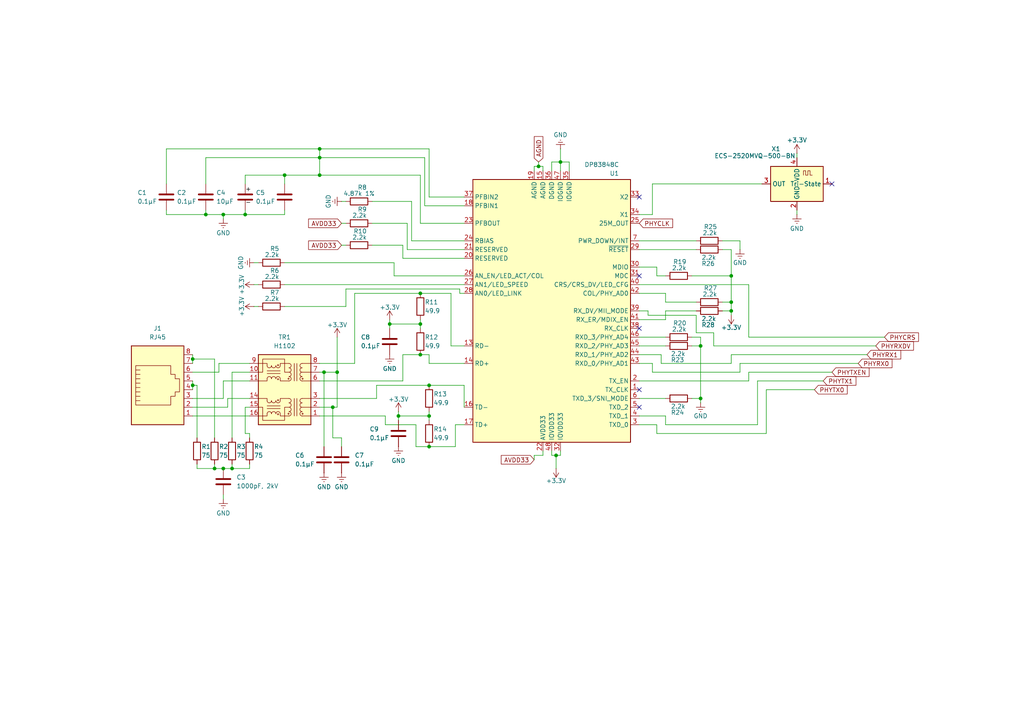
<source format=kicad_sch>
(kicad_sch (version 20231120) (generator "eeschema") (generator_version "8.0")
  (paper "A4")
  (lib_symbols
    (symbol "Connector:RJ45" (pin_names (offset 1.016))
      (property "Reference" "J" (at -5.08 13.97 0))
      (property "Value" "RJ45" (at 2.54 13.97 0))
      (symbol "RJ45_0_1"
        (polyline (pts (xy -5.08 4.445) (xy -6.35 4.445)))
        (polyline (pts (xy -5.08 5.715) (xy -6.35 5.715)))
        (polyline (pts (xy -6.35 -3.175) (xy -5.08 -3.175) (xy -5.08 -3.175)))
        (polyline (pts (xy -6.35 -1.905) (xy -5.08 -1.905) (xy -5.08 -1.905)))
        (polyline (pts (xy -6.35 -0.635) (xy -5.08 -0.635) (xy -5.08 -0.635)))
        (polyline (pts (xy -6.35 0.635) (xy -5.08 0.635) (xy -5.08 0.635)))
        (polyline (pts (xy -6.35 1.905) (xy -5.08 1.905) (xy -5.08 1.905)))
        (polyline (pts (xy -5.08 3.175) (xy -6.35 3.175) (xy -6.35 3.175)))
        (polyline (pts (xy -6.35 -4.445) (xy -6.35 6.985) (xy 3.81 6.985) (xy 3.81 4.445) (xy 5.08 4.445) (xy 5.08 3.175) (xy 6.35 3.175) (xy 6.35 -0.635) (xy 5.08 -0.635) (xy 5.08 -1.905) (xy 3.81 -1.905) (xy 3.81 -4.445) (xy -6.35 -4.445) (xy -6.35 -4.445)))
        (rectangle (start 7.62 12.7) (end -7.62 -10.16) (stroke (width 0.254)) (fill (type background)))
      )
      (symbol "RJ45_1_1"
        (pin passive line (at 10.16 -7.62 180) (length 2.54) (name "~") (number "1"))
        (pin passive line (at 10.16 -5.08 180) (length 2.54) (name "~") (number "2"))
        (pin passive line (at 10.16 -2.54 180) (length 2.54) (name "~") (number "3"))
        (pin passive line (at 10.16 0 180) (length 2.54) (name "~") (number "4"))
        (pin passive line (at 10.16 2.54 180) (length 2.54) (name "~") (number "5"))
        (pin passive line (at 10.16 5.08 180) (length 2.54) (name "~") (number "6"))
        (pin passive line (at 10.16 7.62 180) (length 2.54) (name "~") (number "7"))
        (pin passive line (at 10.16 10.16 180) (length 2.54) (name "~") (number "8"))
      )
    )
    (symbol "Device:C" (pin_numbers hide) (pin_names (offset 0.254))
      (property "Reference" "C" (at 0.635 2.54 0))
      (property "Value" "C" (at 0.635 -2.54 0))
      (symbol "C_0_1"
        (polyline (pts (xy -2.032 -0.762) (xy 2.032 -0.762)) (stroke (width 0.508)))
        (polyline (pts (xy -2.032 0.762) (xy 2.032 0.762)) (stroke (width 0.508)))
      )
      (symbol "C_1_1"
        (pin passive line (at 0 3.81 270) (length 2.794) (name "~") (number "1"))
        (pin passive line (at 0 -3.81 90) (length 2.794) (name "~") (number "2"))
      )
    )
    (symbol "Device:R" (pin_numbers hide) (pin_names (offset 0))
      (property "Reference" "R" (at 2.032 0 90))
      (property "Value" "R" (at 0 0 90))
      (symbol "R_0_1"
        (rectangle (start -1.016 -2.54) (end 1.016 2.54) (stroke (width 0.254)))
      )
      (symbol "R_1_1"
        (pin passive line (at 0 3.81 270) (length 1.27) (name "~") (number "1"))
        (pin passive line (at 0 -3.81 90) (length 1.27) (name "~") (number "2"))
      )
    )
    (symbol "Interface_Ethernet:DP83848C"
      (property "Reference" "U" (at -21.59 39.37 0))
      (property "Value" "DP83848C" (at 12.7 39.37 0))
      (symbol "DP83848C_0_1"
        (rectangle (start -22.86 38.1) (end 22.86 -38.1) (stroke (width 0.254)) (fill (type background)))
      )
      (symbol "DP83848C_1_1"
        (pin output line (at -25.4 22.86 0) (length 2.54) (name "TX_CLK") (number "1"))
        (pin passive line (at 25.4 10.16 180) (length 2.54) (name "RD-") (number "13"))
        (pin passive line (at 25.4 15.24 180) (length 2.54) (name "RD+") (number "14"))
        (pin power_in line (at 2.54 -40.64 90) (length 2.54) (name "AGND") (number "15"))
        (pin passive line (at 25.4 27.94 180) (length 2.54) (name "TD-") (number "16"))
        (pin passive line (at 25.4 33.02 180) (length 2.54) (name "TD+") (number "17"))
        (pin passive line (at 25.4 -30.48 180) (length 2.54) (name "PFBIN1") (number "18"))
        (pin power_in line (at 5.08 -40.64 90) (length 2.54) (name "AGND") (number "19"))
        (pin input line (at -25.4 20.32 0) (length 2.54) (name "TX_EN") (number "2"))
        (pin passive line (at 25.4 -15.24 180) (length 2.54) (name "RESERVED") (number "20"))
        (pin passive line (at 25.4 -17.78 180) (length 2.54) (name "RESERVED") (number "21"))
        (pin power_in line (at 2.54 40.64 270) (length 2.54) (name "AVDD33") (number "22"))
        (pin passive line (at 25.4 -25.4 180) (length 2.54) (name "PFBOUT") (number "23"))
        (pin passive line (at 25.4 -20.32 180) (length 2.54) (name "RBIAS") (number "24"))
        (pin output line (at -25.4 -25.4 0) (length 2.54) (name "25M_OUT") (number "25"))
        (pin output line (at 25.4 -10.16 180) (length 2.54) (name "AN_EN/LED_ACT/COL") (number "26"))
        (pin output line (at 25.4 -7.62 180) (length 2.54) (name "AN1/LED_SPEED") (number "27"))
        (pin output line (at 25.4 -5.08 180) (length 2.54) (name "AN0/LED_LINK") (number "28"))
        (pin input line (at -25.4 -17.78 0) (length 2.54) (name "~{RESET}") (number "29"))
        (pin input line (at -25.4 33.02 0) (length 2.54) (name "TXD_0") (number "3"))
        (pin bidirectional line (at -25.4 -12.7 0) (length 2.54) (name "MDIO") (number "30"))
        (pin input line (at -25.4 -10.16 0) (length 2.54) (name "MDC") (number "31"))
        (pin power_in line (at -2.54 40.64 270) (length 2.54) (name "IOVDD33") (number "32"))
        (pin output line (at -25.4 -33.02 0) (length 2.54) (name "X2") (number "33"))
        (pin input line (at -25.4 -27.94 0) (length 2.54) (name "X1") (number "34"))
        (pin power_in line (at -5.08 -40.64 90) (length 2.54) (name "IOGND") (number "35"))
        (pin power_in line (at 0 -40.64 90) (length 2.54) (name "DGND") (number "36"))
        (pin passive line (at 25.4 -33.02 180) (length 2.54) (name "PFBIN2") (number "37"))
        (pin output line (at -25.4 5.08 0) (length 2.54) (name "RX_CLK") (number "38"))
        (pin output line (at -25.4 0 0) (length 2.54) (name "RX_DV/MII_MODE") (number "39"))
        (pin input line (at -25.4 30.48 0) (length 2.54) (name "TXD_1") (number "4"))
        (pin output line (at -25.4 -7.62 0) (length 2.54) (name "CRS/CRS_DV/LED_CFG") (number "40"))
        (pin output line (at -25.4 2.54 0) (length 2.54) (name "RX_ER/MDIX_EN") (number "41"))
        (pin output line (at -25.4 -5.08 0) (length 2.54) (name "COL/PHY_AD0") (number "42"))
        (pin output line (at -25.4 15.24 0) (length 2.54) (name "RXD_0/PHY_AD1") (number "43"))
        (pin output line (at -25.4 12.7 0) (length 2.54) (name "RXD_1/PHY_AD2") (number "44"))
        (pin output line (at -25.4 10.16 0) (length 2.54) (name "RXD_2/PHY_AD3") (number "45"))
        (pin output line (at -25.4 7.62 0) (length 2.54) (name "RXD_3/PHY_AD4") (number "46"))
        (pin power_in line (at -2.54 -40.64 90) (length 2.54) (name "IOGND") (number "47"))
        (pin power_in line (at 0 40.64 270) (length 2.54) (name "IOVDD33") (number "48"))
        (pin input line (at -25.4 27.94 0) (length 2.54) (name "TXD_2") (number "5"))
        (pin input line (at -25.4 25.4 0) (length 2.54) (name "TXD_3/SNI_MODE") (number "6"))
        (pin input line (at -25.4 -20.32 0) (length 2.54) (name "PWR_DOWN/INT") (number "7"))
      )
    )
    (symbol "Oscillator:ECS-2520MV-xxx-xx"
      (property "Reference" "X" (at -5.08 6.35 0))
      (property "Value" "ECS-2520MV-xxx-xx" (at 1.27 -6.35 0))
      (symbol "ECS-2520MV-xxx-xx_0_1"
        (rectangle (start -7.62 5.08) (end 7.62 -5.08) (stroke (width 0.254)) (fill (type background)))
        (polyline (pts (xy -4.445 2.54) (xy -3.81 2.54) (xy -3.81 3.81) (xy -3.175 3.81) (xy -3.175 2.54) (xy -2.54 2.54) (xy -2.54 3.81) (xy -1.905 3.81) (xy -1.905 2.54)))
      )
      (symbol "ECS-2520MV-xxx-xx_1_1"
        (pin input line (at -10.16 0 0) (length 2.54) (name "Tri-State") (number "1"))
        (pin power_in line (at 0 -7.62 90) (length 2.54) (name "GND") (number "2"))
        (pin output line (at 10.16 0 180) (length 2.54) (name "OUT") (number "3"))
        (pin power_in line (at 0 7.62 270) (length 2.54) (name "VDD") (number "4"))
      )
    )
    (symbol "Transformer:PT61017PEL" (pin_names hide)
      (property "Reference" "TR" (at 0 10.795 0))
      (property "Value" "PT61017PEL" (at 0 -10.795 0))
      (symbol "PT61017PEL_0_1"
        (rectangle (start -7.62 10.16) (end 7.62 -10.16) (stroke (width 0.254)) (fill (type background)))
        (circle (center -5.207 3.175) (radius 0.1778))
        (arc (start -5.08 6.35) (mid -4.4477 6.985) (end -5.08 7.62))
        (polyline (pts (xy -5.08 2.54) (xy -7.62 2.54)))
        (polyline (pts (xy -5.08 5.08) (xy -7.62 5.08)))
        (polyline (pts (xy -5.08 7.62) (xy -7.62 7.62)))
        (polyline (pts (xy -3.556 -2.54) (xy -3.556 -7.62)))
        (polyline (pts (xy -3.556 2.54) (xy -3.556 7.62)))
        (polyline (pts (xy -2.794 -7.62) (xy -2.794 -2.54)))
        (polyline (pts (xy -2.794 7.62) (xy -2.794 2.54)))
        (polyline (pts (xy 1.27 4.699) (xy 5.08 4.699)))
        (polyline (pts (xy 1.27 5.461) (xy 5.08 5.461)))
        (polyline (pts (xy -1.27 2.54) (xy 1.27 2.54) (xy 1.27 3.175)))
        (polyline (pts (xy 1.27 6.985) (xy 1.27 7.62) (xy -1.27 7.62)))
        (polyline (pts (xy 5.08 3.175) (xy 5.08 2.54) (xy 7.62 2.54)))
        (polyline (pts (xy 5.08 6.985) (xy 5.08 7.62) (xy 7.62 7.62)))
        (polyline (pts (xy -1.27 5.08) (xy 0 5.08) (xy 0 8.89) (xy 6.35 8.89) (xy 6.35 5.08) (xy 7.62 5.08)))
      )
      (symbol "PT61017PEL_1_1"
        (circle (center -5.207 -6.985) (radius 0.1778))
        (arc (start -5.08 -7.62) (mid -4.4477 -6.985) (end -5.08 -6.35))
        (arc (start -5.08 -6.35) (mid -4.4477 -5.715) (end -5.08 -5.08))
        (arc (start -5.08 -5.08) (mid -4.4477 -4.445) (end -5.08 -3.81))
        (arc (start -5.08 -3.81) (mid -4.4477 -3.175) (end -5.08 -2.54))
        (arc (start -5.08 2.54) (mid -4.4477 3.175) (end -5.08 3.81))
        (arc (start -5.08 3.81) (mid -4.4477 4.445) (end -5.08 5.08))
        (arc (start -5.08 5.08) (mid -4.4477 5.715) (end -5.08 6.35))
        (arc (start -1.27 -6.35) (mid -1.9023 -6.985) (end -1.27 -7.62))
        (arc (start -1.27 -5.08) (mid -1.9023 -5.715) (end -1.27 -6.35))
        (arc (start -1.27 -3.81) (mid -1.9023 -4.445) (end -1.27 -5.08))
        (arc (start -1.27 -2.54) (mid -1.9023 -3.175) (end -1.27 -3.81))
        (arc (start -1.27 3.81) (mid -1.9023 3.175) (end -1.27 2.54))
        (arc (start -1.27 5.08) (mid -1.9023 4.445) (end -1.27 3.81))
        (arc (start -1.27 6.35) (mid -1.9023 5.715) (end -1.27 5.08))
        (arc (start -1.27 7.62) (mid -1.9023 6.985) (end -1.27 6.35))
        (circle (center -1.143 -6.985) (radius 0.1778))
        (circle (center -1.143 3.175) (radius 0.1778))
        (polyline (pts (xy -5.08 -7.62) (xy -7.62 -7.62)))
        (polyline (pts (xy -5.08 -5.08) (xy -7.62 -5.08)))
        (polyline (pts (xy -5.08 -2.54) (xy -7.62 -2.54)))
        (polyline (pts (xy 1.27 -5.461) (xy 5.08 -5.461)))
        (polyline (pts (xy 1.27 -4.699) (xy 5.08 -4.699)))
        (polyline (pts (xy -1.27 -7.62) (xy 1.27 -7.62) (xy 1.27 -6.985)))
        (polyline (pts (xy 1.27 -3.175) (xy 1.27 -2.54) (xy -1.27 -2.54)))
        (polyline (pts (xy 5.08 -6.985) (xy 5.08 -7.62) (xy 7.62 -7.62)))
        (polyline (pts (xy 5.08 -3.175) (xy 5.08 -2.54) (xy 7.62 -2.54)))
        (polyline (pts (xy 7.62 -5.08) (xy 6.35 -5.08) (xy 6.35 -8.89) (xy 0 -8.89) (xy 0 -5.08) (xy -1.27 -5.08)))
        (arc (start 1.27 -3.175) (mid 1.905 -3.8073) (end 2.54 -3.175))
        (arc (start 1.27 6.985) (mid 1.905 6.3527) (end 2.54 6.985))
        (circle (center 1.905 -7.112) (radius 0.1778))
        (circle (center 1.905 -3.048) (radius 0.1778))
        (circle (center 1.905 3.048) (radius 0.1778))
        (circle (center 1.905 7.112) (radius 0.1778))
        (arc (start 2.54 -6.985) (mid 1.905 -6.3527) (end 1.27 -6.985))
        (arc (start 2.54 -3.175) (mid 3.175 -3.8073) (end 3.81 -3.175))
        (arc (start 2.54 3.175) (mid 1.905 3.8073) (end 1.27 3.175))
        (arc (start 2.54 6.985) (mid 3.175 6.3527) (end 3.81 6.985))
        (arc (start 3.81 -6.985) (mid 3.175 -6.3527) (end 2.54 -6.985))
        (arc (start 3.81 -3.175) (mid 4.445 -3.8073) (end 5.08 -3.175))
        (arc (start 3.81 3.175) (mid 3.175 3.8073) (end 2.54 3.175))
        (arc (start 3.81 6.985) (mid 4.445 6.3527) (end 5.08 6.985))
        (arc (start 5.08 -6.985) (mid 4.445 -6.3527) (end 3.81 -6.985))
        (arc (start 5.08 3.175) (mid 4.445 3.8073) (end 3.81 3.175))
        (pin passive line (at -10.16 -7.62 0) (length 2.54) (name "TD+") (number "1"))
        (pin passive line (at 10.16 5.08 180) (length 2.54) (name "C_RX") (number "10"))
        (pin passive line (at 10.16 2.54 180) (length 2.54) (name "RX+") (number "11"))
        (pin passive line (at 10.16 -2.54 180) (length 2.54) (name "TX-") (number "14"))
        (pin passive line (at 10.16 -5.08 180) (length 2.54) (name "C_TX") (number "15"))
        (pin passive line (at 10.16 -7.62 180) (length 2.54) (name "TX+") (number "16"))
        (pin passive line (at -10.16 -5.08 0) (length 2.54) (name "C_TD") (number "2"))
        (pin passive line (at -10.16 -2.54 0) (length 2.54) (name "TD-") (number "3"))
        (pin passive line (at -10.16 2.54 0) (length 2.54) (name "RD+") (number "6"))
        (pin passive line (at -10.16 5.08 0) (length 2.54) (name "C_RD") (number "7"))
        (pin passive line (at -10.16 7.62 0) (length 2.54) (name "RD-") (number "8"))
        (pin passive line (at 10.16 7.62 180) (length 2.54) (name "RX-") (number "9"))
      )
    )
    (symbol "power:+3.3V" (power) (pin_numbers hide) (pin_names (offset 0) hide)
      (property "Value" "+3.3V" (at 0 3.556 0))
      (symbol "+3.3V_0_1"
        (polyline (pts (xy -0.762 1.27) (xy 0 2.54)))
        (polyline (pts (xy 0 0) (xy 0 2.54)))
        (polyline (pts (xy 0 2.54) (xy 0.762 1.27)))
      )
      (symbol "+3.3V_1_1"
        (pin power_in line (at 0 0 90) (length 0) (name "~") (number "1"))
      )
    )
    (symbol "power:Earth" (power) (pin_numbers hide) (pin_names (offset 0) hide)
      (property "Value" "Earth" (at 0 -3.81 0))
      (symbol "Earth_0_1"
        (polyline (pts (xy -0.635 -1.905) (xy 0.635 -1.905)))
        (polyline (pts (xy -0.127 -2.54) (xy 0.127 -2.54)))
        (polyline (pts (xy 0 -1.27) (xy 0 0)))
        (polyline (pts (xy 1.27 -1.27) (xy -1.27 -1.27)))
      )
      (symbol "Earth_1_1"
        (pin power_in line (at 0 0 270) (length 0) (name "~") (number "1"))
      )
    )
  )
  (junction (at 121.92 93.98))
  (junction (at 113.03 93.98))
  (junction (at 212.09 87.63))
  (junction (at 97.79 107.95))
  (junction (at 92.71 50.8))
  (junction (at 212.09 80.01))
  (junction (at 64.77 135.89))
  (junction (at 93.98 107.95))
  (junction (at 156.21 48.26))
  (junction (at 59.69 62.23))
  (junction (at 55.88 111.76))
  (junction (at 124.46 120.65))
  (junction (at 64.77 62.23))
  (junction (at 82.55 50.8))
  (junction (at 161.29 132.08))
  (junction (at 124.46 129.54))
  (junction (at 55.88 104.14))
  (junction (at 96.52 118.11))
  (junction (at 121.92 85.09))
  (junction (at 71.12 62.23))
  (junction (at 121.92 102.87))
  (junction (at 92.71 45.72))
  (junction (at 115.57 120.65))
  (junction (at 203.2 100.33))
  (junction (at 212.09 90.17))
  (junction (at 162.56 46.99))
  (junction (at 67.31 135.89))
  (junction (at 203.2 115.57))
  (junction (at 92.71 43.18))
  (junction (at 124.46 111.76))
  (junction (at 62.23 135.89))
  (no_connect (at 185.42 57.15))
  (no_connect (at 185.42 113.03))
  (no_connect (at 185.42 118.11))
  (no_connect (at 185.42 80.01))
  (no_connect (at 241.3 53.34))
  (no_connect (at 185.42 95.25))
  (wire (pts (xy 120.65 123.19) (xy 120.65 129.54)))
  (wire (pts (xy 193.04 123.19) (xy 219.71 123.19)))
  (wire (pts (xy 48.26 43.18) (xy 48.26 53.34)))
  (wire (pts (xy 185.42 115.57) (xy 193.04 115.57)))
  (wire (pts (xy 212.09 72.39) (xy 212.09 80.01)))
  (wire (pts (xy 99.06 64.77) (xy 100.33 64.77)))
  (wire (pts (xy 113.03 93.98) (xy 121.92 93.98)))
  (wire (pts (xy 102.87 85.09) (xy 121.92 85.09)))
  (wire (pts (xy 185.42 90.17) (xy 187.96 90.17)))
  (wire (pts (xy 201.93 91.44) (xy 201.93 96.52)))
  (wire (pts (xy 55.88 120.65) (xy 72.39 120.65)))
  (wire (pts (xy 100.33 83.82) (xy 133.35 83.82)))
  (wire (pts (xy 72.39 125.73) (xy 72.39 127)))
  (wire (pts (xy 124.46 105.41) (xy 124.46 102.87)))
  (wire (pts (xy 63.5 107.95) (xy 63.5 105.41)))
  (wire (pts (xy 92.71 115.57) (xy 109.22 115.57)))
  (wire (pts (xy 92.71 107.95) (xy 93.98 107.95)))
  (wire (pts (xy 189.23 53.34) (xy 189.23 62.23)))
  (wire (pts (xy 82.55 50.8) (xy 71.12 50.8)))
  (wire (pts (xy 55.88 115.57) (xy 64.77 115.57)))
  (wire (pts (xy 124.46 119.38) (xy 124.46 120.65)))
  (wire (pts (xy 115.57 119.38) (xy 115.57 120.65)))
  (wire (pts (xy 193.04 120.65) (xy 193.04 123.19)))
  (wire (pts (xy 189.23 53.34) (xy 220.98 53.34)))
  (wire (pts (xy 160.02 130.81) (xy 160.02 132.08)))
  (wire (pts (xy 71.12 50.8) (xy 71.12 53.34)))
  (wire (pts (xy 99.06 127) (xy 96.52 127)))
  (wire (pts (xy 189.23 105.41) (xy 189.23 107.95)))
  (wire (pts (xy 82.55 88.9) (xy 100.33 88.9)))
  (wire (pts (xy 97.79 107.95) (xy 97.79 118.11)))
  (wire (pts (xy 123.19 45.72) (xy 123.19 59.69)))
  (wire (pts (xy 193.04 85.09) (xy 193.04 87.63)))
  (wire (pts (xy 162.56 46.99) (xy 162.56 49.53)))
  (wire (pts (xy 72.39 134.62) (xy 72.39 135.89)))
  (wire (pts (xy 92.71 45.72) (xy 92.71 50.8)))
  (wire (pts (xy 55.88 111.76) (xy 57.15 111.76)))
  (wire (pts (xy 92.71 105.41) (xy 102.87 105.41)))
  (wire (pts (xy 111.76 120.65) (xy 111.76 123.19)))
  (wire (pts (xy 114.3 80.01) (xy 134.62 80.01)))
  (wire (pts (xy 203.2 100.33) (xy 203.2 115.57)))
  (wire (pts (xy 118.11 64.77) (xy 118.11 72.39)))
  (wire (pts (xy 212.09 80.01) (xy 212.09 87.63)))
  (wire (pts (xy 130.81 100.33) (xy 130.81 85.09)))
  (wire (pts (xy 55.88 111.76) (xy 55.88 113.03)))
  (wire (pts (xy 121.92 93.98) (xy 121.92 95.25)))
  (wire (pts (xy 203.2 115.57) (xy 203.2 116.84)))
  (wire (pts (xy 209.55 72.39) (xy 212.09 72.39)))
  (wire (pts (xy 116.84 110.49) (xy 116.84 102.87)))
  (wire (pts (xy 55.88 102.87) (xy 55.88 104.14)))
  (wire (pts (xy 62.23 134.62) (xy 62.23 135.89)))
  (wire (pts (xy 48.26 60.96) (xy 48.26 62.23)))
  (wire (pts (xy 214.63 105.41) (xy 248.92 105.41)))
  (wire (pts (xy 92.71 45.72) (xy 123.19 45.72)))
  (wire (pts (xy 231.14 60.96) (xy 231.14 62.23)))
  (wire (pts (xy 209.55 90.17) (xy 212.09 90.17)))
  (wire (pts (xy 73.66 76.2) (xy 74.93 76.2)))
  (wire (pts (xy 185.42 69.85) (xy 201.93 69.85)))
  (wire (pts (xy 222.25 125.73) (xy 222.25 113.03)))
  (wire (pts (xy 160.02 132.08) (xy 161.29 132.08)))
  (wire (pts (xy 72.39 107.95) (xy 67.31 107.95)))
  (wire (pts (xy 64.77 62.23) (xy 71.12 62.23)))
  (wire (pts (xy 133.35 83.82) (xy 133.35 85.09)))
  (wire (pts (xy 73.66 88.9) (xy 74.93 88.9)))
  (wire (pts (xy 231.14 44.45) (xy 231.14 45.72)))
  (wire (pts (xy 185.42 82.55) (xy 217.17 82.55)))
  (wire (pts (xy 66.04 118.11) (xy 66.04 115.57)))
  (wire (pts (xy 191.77 102.87) (xy 191.77 105.41)))
  (wire (pts (xy 193.04 87.63) (xy 201.93 87.63)))
  (wire (pts (xy 92.71 43.18) (xy 124.46 43.18)))
  (wire (pts (xy 67.31 134.62) (xy 67.31 135.89)))
  (wire (pts (xy 82.55 76.2) (xy 114.3 76.2)))
  (wire (pts (xy 116.84 74.93) (xy 134.62 74.93)))
  (wire (pts (xy 92.71 43.18) (xy 92.71 45.72)))
  (wire (pts (xy 96.52 118.11) (xy 97.79 118.11)))
  (wire (pts (xy 67.31 135.89) (xy 72.39 135.89)))
  (wire (pts (xy 154.94 48.26) (xy 156.21 48.26)))
  (wire (pts (xy 187.96 91.44) (xy 201.93 91.44)))
  (wire (pts (xy 162.56 46.99) (xy 165.1 46.99)))
  (wire (pts (xy 107.95 64.77) (xy 118.11 64.77)))
  (wire (pts (xy 161.29 132.08) (xy 161.29 135.89)))
  (wire (pts (xy 102.87 105.41) (xy 102.87 85.09)))
  (wire (pts (xy 96.52 118.11) (xy 96.52 127)))
  (wire (pts (xy 64.77 62.23) (xy 64.77 63.5)))
  (wire (pts (xy 64.77 110.49) (xy 72.39 110.49)))
  (wire (pts (xy 214.63 69.85) (xy 214.63 72.39)))
  (wire (pts (xy 48.26 62.23) (xy 59.69 62.23)))
  (wire (pts (xy 121.92 92.71) (xy 121.92 93.98)))
  (wire (pts (xy 109.22 111.76) (xy 124.46 111.76)))
  (wire (pts (xy 92.71 118.11) (xy 96.52 118.11)))
  (wire (pts (xy 55.88 104.14) (xy 55.88 105.41)))
  (wire (pts (xy 193.04 92.71) (xy 193.04 90.17)))
  (wire (pts (xy 162.56 43.18) (xy 162.56 46.99)))
  (wire (pts (xy 154.94 132.08) (xy 157.48 132.08)))
  (wire (pts (xy 115.57 120.65) (xy 115.57 121.92)))
  (wire (pts (xy 116.84 71.12) (xy 116.84 74.93)))
  (wire (pts (xy 207.01 96.52) (xy 207.01 100.33)))
  (wire (pts (xy 209.55 69.85) (xy 214.63 69.85)))
  (wire (pts (xy 190.5 123.19) (xy 190.5 125.73)))
  (wire (pts (xy 113.03 92.71) (xy 113.03 93.98)))
  (wire (pts (xy 219.71 110.49) (xy 238.76 110.49)))
  (wire (pts (xy 212.09 102.87) (xy 251.46 102.87)))
  (wire (pts (xy 121.92 102.87) (xy 124.46 102.87)))
  (wire (pts (xy 203.2 97.79) (xy 203.2 100.33)))
  (wire (pts (xy 71.12 125.73) (xy 72.39 125.73)))
  (wire (pts (xy 57.15 134.62) (xy 57.15 135.89)))
  (wire (pts (xy 219.71 110.49) (xy 219.71 123.19)))
  (wire (pts (xy 82.55 50.8) (xy 82.55 53.34)))
  (wire (pts (xy 185.42 77.47) (xy 190.5 77.47)))
  (wire (pts (xy 119.38 58.42) (xy 119.38 69.85)))
  (wire (pts (xy 120.65 129.54) (xy 124.46 129.54)))
  (wire (pts (xy 134.62 100.33) (xy 130.81 100.33)))
  (wire (pts (xy 200.66 97.79) (xy 203.2 97.79)))
  (wire (pts (xy 190.5 125.73) (xy 222.25 125.73)))
  (wire (pts (xy 133.35 85.09) (xy 134.62 85.09)))
  (wire (pts (xy 59.69 60.96) (xy 59.69 62.23)))
  (wire (pts (xy 185.42 110.49) (xy 217.17 110.49)))
  (wire (pts (xy 132.08 129.54) (xy 124.46 129.54)))
  (wire (pts (xy 107.95 58.42) (xy 119.38 58.42)))
  (wire (pts (xy 82.55 82.55) (xy 134.62 82.55)))
  (wire (pts (xy 157.48 48.26) (xy 157.48 49.53)))
  (wire (pts (xy 217.17 82.55) (xy 217.17 97.79)))
  (wire (pts (xy 217.17 107.95) (xy 241.3 107.95)))
  (wire (pts (xy 156.21 48.26) (xy 157.48 48.26)))
  (wire (pts (xy 64.77 135.89) (xy 67.31 135.89)))
  (wire (pts (xy 100.33 71.12) (xy 99.06 71.12)))
  (wire (pts (xy 217.17 97.79) (xy 256.54 97.79)))
  (wire (pts (xy 185.42 92.71) (xy 193.04 92.71)))
  (wire (pts (xy 124.46 57.15) (xy 134.62 57.15)))
  (wire (pts (xy 72.39 118.11) (xy 71.12 118.11)))
  (wire (pts (xy 201.93 96.52) (xy 207.01 96.52)))
  (wire (pts (xy 92.71 45.72) (xy 59.69 45.72)))
  (wire (pts (xy 154.94 133.35) (xy 154.94 132.08)))
  (wire (pts (xy 92.71 110.49) (xy 116.84 110.49)))
  (wire (pts (xy 160.02 46.99) (xy 162.56 46.99)))
  (wire (pts (xy 55.88 118.11) (xy 66.04 118.11)))
  (wire (pts (xy 190.5 80.01) (xy 193.04 80.01)))
  (wire (pts (xy 93.98 107.95) (xy 97.79 107.95)))
  (wire (pts (xy 162.56 132.08) (xy 161.29 132.08)))
  (wire (pts (xy 111.76 123.19) (xy 120.65 123.19)))
  (wire (pts (xy 59.69 45.72) (xy 59.69 53.34)))
  (wire (pts (xy 55.88 107.95) (xy 63.5 107.95)))
  (wire (pts (xy 185.42 72.39) (xy 201.93 72.39)))
  (wire (pts (xy 59.69 62.23) (xy 64.77 62.23)))
  (wire (pts (xy 217.17 110.49) (xy 217.17 107.95)))
  (wire (pts (xy 189.23 107.95) (xy 214.63 107.95)))
  (wire (pts (xy 55.88 110.49) (xy 55.88 111.76)))
  (wire (pts (xy 114.3 76.2) (xy 114.3 80.01)))
  (wire (pts (xy 187.96 90.17) (xy 187.96 91.44)))
  (wire (pts (xy 200.66 80.01) (xy 212.09 80.01)))
  (wire (pts (xy 160.02 49.53) (xy 160.02 46.99)))
  (wire (pts (xy 66.04 115.57) (xy 72.39 115.57)))
  (wire (pts (xy 71.12 62.23) (xy 82.55 62.23)))
  (wire (pts (xy 64.77 143.51) (xy 64.77 144.78)))
  (wire (pts (xy 82.55 60.96) (xy 82.55 62.23)))
  (wire (pts (xy 185.42 120.65) (xy 193.04 120.65)))
  (wire (pts (xy 207.01 100.33) (xy 254 100.33)))
  (wire (pts (xy 123.19 59.69) (xy 134.62 59.69)))
  (wire (pts (xy 99.06 58.42) (xy 100.33 58.42)))
  (wire (pts (xy 185.42 62.23) (xy 189.23 62.23)))
  (wire (pts (xy 62.23 135.89) (xy 64.77 135.89)))
  (wire (pts (xy 99.06 129.54) (xy 99.06 127)))
  (wire (pts (xy 109.22 115.57) (xy 109.22 111.76)))
  (wire (pts (xy 92.71 50.8) (xy 121.92 50.8)))
  (wire (pts (xy 63.5 105.41) (xy 72.39 105.41)))
  (wire (pts (xy 71.12 118.11) (xy 71.12 125.73)))
  (wire (pts (xy 71.12 60.96) (xy 71.12 62.23)))
  (wire (pts (xy 212.09 90.17) (xy 212.09 91.44)))
  (wire (pts (xy 55.88 104.14) (xy 62.23 104.14)))
  (wire (pts (xy 190.5 77.47) (xy 190.5 80.01)))
  (wire (pts (xy 92.71 120.65) (xy 111.76 120.65)))
  (wire (pts (xy 193.04 90.17) (xy 201.93 90.17)))
  (wire (pts (xy 156.21 46.99) (xy 156.21 48.26)))
  (wire (pts (xy 134.62 118.11) (xy 134.62 111.76)))
  (wire (pts (xy 185.42 123.19) (xy 190.5 123.19)))
  (wire (pts (xy 154.94 49.53) (xy 154.94 48.26)))
  (wire (pts (xy 165.1 49.53) (xy 165.1 46.99)))
  (wire (pts (xy 212.09 105.41) (xy 212.09 102.87)))
  (wire (pts (xy 212.09 87.63) (xy 212.09 90.17)))
  (wire (pts (xy 134.62 111.76) (xy 124.46 111.76)))
  (wire (pts (xy 200.66 100.33) (xy 203.2 100.33)))
  (wire (pts (xy 121.92 64.77) (xy 134.62 64.77)))
  (wire (pts (xy 73.66 82.55) (xy 74.93 82.55)))
  (wire (pts (xy 200.66 115.57) (xy 203.2 115.57)))
  (wire (pts (xy 62.23 127) (xy 62.23 104.14)))
  (wire (pts (xy 134.62 123.19) (xy 132.08 123.19)))
  (wire (pts (xy 92.71 50.8) (xy 82.55 50.8)))
  (wire (pts (xy 57.15 135.89) (xy 62.23 135.89)))
  (wire (pts (xy 134.62 105.41) (xy 124.46 105.41)))
  (wire (pts (xy 185.42 102.87) (xy 191.77 102.87)))
  (wire (pts (xy 64.77 115.57) (xy 64.77 110.49)))
  (wire (pts (xy 121.92 85.09) (xy 130.81 85.09)))
  (wire (pts (xy 209.55 87.63) (xy 212.09 87.63)))
  (wire (pts (xy 121.92 50.8) (xy 121.92 64.77)))
  (wire (pts (xy 214.63 107.95) (xy 214.63 105.41)))
  (wire (pts (xy 185.42 85.09) (xy 193.04 85.09)))
  (wire (pts (xy 113.03 93.98) (xy 113.03 95.25)))
  (wire (pts (xy 57.15 127) (xy 57.15 111.76)))
  (wire (pts (xy 100.33 88.9) (xy 100.33 83.82)))
  (wire (pts (xy 92.71 43.18) (xy 48.26 43.18)))
  (wire (pts (xy 97.79 97.79) (xy 97.79 107.95)))
  (wire (pts (xy 222.25 113.03) (xy 236.22 113.03)))
  (wire (pts (xy 185.42 105.41) (xy 189.23 105.41)))
  (wire (pts (xy 162.56 130.81) (xy 162.56 132.08)))
  (wire (pts (xy 124.46 120.65) (xy 124.46 121.92)))
  (wire (pts (xy 93.98 107.95) (xy 93.98 129.54)))
  (wire (pts (xy 132.08 123.19) (xy 132.08 129.54)))
  (wire (pts (xy 116.84 102.87) (xy 121.92 102.87)))
  (wire (pts (xy 185.42 97.79) (xy 193.04 97.79)))
  (wire (pts (xy 67.31 107.95) (xy 67.31 127)))
  (wire (pts (xy 115.57 120.65) (xy 124.46 120.65)))
  (wire (pts (xy 119.38 69.85) (xy 134.62 69.85)))
  (wire (pts (xy 124.46 43.18) (xy 124.46 57.15)))
  (wire (pts (xy 157.48 132.08) (xy 157.48 130.81)))
  (wire (pts (xy 185.42 100.33) (xy 193.04 100.33)))
  (wire (pts (xy 191.77 105.41) (xy 212.09 105.41)))
  (wire (pts (xy 107.95 71.12) (xy 116.84 71.12)))
  (wire (pts (xy 118.11 72.39) (xy 134.62 72.39)))
  (label "+" (at 71.12 55.88 0))
  (label "-" (at 71.12 59.69 0))
  (global_label "PHYCRS" (shape input) (at 256.54 97.79 0) (property "Intersheetrefs" "${INTERSHEET_REFS}" (effects (hide yes))))
  (global_label "AVDD33" (shape input) (at 154.94 133.35 180) (property "Intersheetrefs" "${INTERSHEET_REFS}" (effects (hide yes))))
  (global_label "PHYCLK" (shape input) (at 185.42 64.77 0) (property "Intersheetrefs" "${INTERSHEET_REFS}" (effects (hide yes))))
  (global_label "AVDD33" (shape input) (at 99.06 64.77 180) (property "Intersheetrefs" "${INTERSHEET_REFS}" (effects (hide yes))))
  (global_label "PHYTX0" (shape input) (at 236.22 113.03 0) (property "Intersheetrefs" "${INTERSHEET_REFS}" (effects (hide yes))))
  (global_label "PHYTX1" (shape input) (at 238.76 110.49 0) (property "Intersheetrefs" "${INTERSHEET_REFS}" (effects (hide yes))))
  (global_label "AVDD33" (shape input) (at 99.06 71.12 180) (property "Intersheetrefs" "${INTERSHEET_REFS}" (effects (hide yes))))
  (global_label "PHYRX0" (shape input) (at 248.92 105.41 0) (property "Intersheetrefs" "${INTERSHEET_REFS}" (effects (hide yes))))
  (global_label "AGND" (shape input) (at 156.21 46.99 90) (property "Intersheetrefs" "${INTERSHEET_REFS}" (effects (hide yes))))
  (global_label "PHYRXDV" (shape input) (at 254 100.33 0) (property "Intersheetrefs" "${INTERSHEET_REFS}" (effects (hide yes))))
  (global_label "PHYTXEN" (shape input) (at 241.3 107.95 0) (property "Intersheetrefs" "${INTERSHEET_REFS}" (effects (hide yes))))
  (global_label "PHYRX1" (shape input) (at 251.46 102.87 0) (property "Intersheetrefs" "${INTERSHEET_REFS}" (effects (hide yes))))
  (symbol (lib_id "Device:R") (at 62.23 130.81 0) (unit 1)
    (property "Reference" "R2" (at 63.5 129.54 0) (effects (justify left)))
    (property "Value" "75" (at 63.5 132.08 0) (effects (justify left)))
    (property "Description" "Resistor" (effects (hide yes)))
  )
  (symbol (lib_id "Device:C") (at 93.98 133.35 0) (unit 1)
    (property "Reference" "C6" (at 85.598 132.08 0) (effects (justify left)))
    (property "Value" "0.1μF" (at 85.598 134.62 0) (effects (justify left)))
    (property "Description" "Unpolarized capacitor" (effects (hide yes)))
  )
  (symbol (lib_id "Device:R") (at 104.14 71.12 90) (unit 1)
    (property "Reference" "R10" (at 106.426 67.056 90) (effects (justify left)))
    (property "Value" "2.2k" (at 106.426 68.834 90) (effects (justify left)))
    (property "Description" "Resistor" (effects (hide yes)))
  )
  (symbol (lib_id "Device:C") (at 64.77 139.7 0) (unit 1)
    (property "Reference" "C3" (at 68.58 138.4299 0) (effects (justify left)))
    (property "Value" "1000pF, 2kV" (at 68.58 140.9699 0) (effects (justify left)))
    (property "Description" "Unpolarized capacitor" (effects (hide yes)))
  )
  (symbol (lib_id "power:Earth") (at 99.06 137.16 0) (unit 1)
    (property "Reference" "#PWR09" (effects (hide yes)))
    (property "Value" "GND" (at 99.06 141.224 0))
    (property "Description" "Power symbol creates a global label with name \"Earth\"" (effects (hide yes)))
  )
  (symbol (lib_id "Device:R") (at 196.85 115.57 270) (unit 1)
    (property "Reference" "R24" (at 194.564 119.634 90) (effects (justify left)))
    (property "Value" "2.2k" (at 194.564 117.856 90) (effects (justify left)))
    (property "Description" "Resistor" (effects (hide yes)))
  )
  (symbol (lib_id "Device:R") (at 121.92 88.9 0) (unit 1)
    (property "Reference" "R11" (at 123.19 87.63 0) (effects (justify left)))
    (property "Value" "49.9" (at 123.19 90.17 0) (effects (justify left)))
    (property "Description" "Resistor" (effects (hide yes)))
  )
  (symbol (lib_id "Connector:RJ45") (at 45.72 113.03 0) (unit 1)
    (property "Reference" "J1" (at 45.72 95.25 0))
    (property "Value" "RJ45" (at 45.72 97.79 0))
    (property "Description" "RJ connector, 8P8C (8 positions 8 connected)" (effects (hide yes)))
  )
  (symbol (lib_id "Device:R") (at 78.74 88.9 90) (unit 1)
    (property "Reference" "R7" (at 81.026 84.836 90) (effects (justify left)))
    (property "Value" "2.2k" (at 81.026 86.614 90) (effects (justify left)))
    (property "Description" "Resistor" (effects (hide yes)))
  )
  (symbol (lib_id "Device:C") (at 48.26 57.15 0) (unit 1)
    (property "Reference" "C1" (at 39.878 55.88 0) (effects (justify left)))
    (property "Value" "0.1μF" (at 39.878 58.42 0) (effects (justify left)))
    (property "Description" "Unpolarized capacitor" (effects (hide yes)))
  )
  (symbol (lib_id "power:Earth") (at 64.77 63.5 0) (unit 1)
    (property "Reference" "#PWR01" (effects (hide yes)))
    (property "Value" "GND" (at 64.77 67.564 0))
    (property "Description" "Power symbol creates a global label with name \"Earth\"" (effects (hide yes)))
  )
  (symbol (lib_id "Device:R") (at 196.85 97.79 90) (unit 1)
    (property "Reference" "R20" (at 199.136 93.726 90) (effects (justify left)))
    (property "Value" "2.2k" (at 199.136 95.504 90) (effects (justify left)))
    (property "Description" "Resistor" (effects (hide yes)))
  )
  (symbol (lib_id "Device:R") (at 121.92 99.06 0) (unit 1)
    (property "Reference" "R12" (at 123.19 97.79 0) (effects (justify left)))
    (property "Value" "49.9" (at 123.19 100.33 0) (effects (justify left)))
    (property "Description" "Resistor" (effects (hide yes)))
  )
  (symbol (lib_id "Interface_Ethernet:DP83848C") (at 160.02 90.17 180) (unit 1)
    (property "Reference" "U1" (at 179.578 50.292 0) (effects (justify left)))
    (property "Value" "DP83848C" (at 179.578 47.752 0) (effects (justify left)))
    (property "Footprint" "Package_QFP:LQFP-48_7x7mm_P0.5mm" (effects (hide yes)))
    (property "Datasheet" "http://www.ti.com/lit/ds/symlink/dp83848c.pdf" (effects (hide yes)))
    (property "Description" "MII/RMII Single 10/100Mbps Ethernet Physical Layer Transceiver, LQFP-48" (effects (hide yes)))
  )
  (symbol (lib_id "power:+3.3V") (at 161.29 135.89 180) (unit 1)
    (property "Reference" "#PWR014" (effects (hide yes)))
    (property "Value" "+3.3V" (at 161.29 139.446 0))
    (property "Description" "Power symbol creates a global label with name \"+3.3V\"" (effects (hide yes)))
  )
  (symbol (lib_id "power:Earth") (at 162.56 43.18 0) (mirror x) (unit 1)
    (property "Reference" "#PWR015" (effects (hide yes)))
    (property "Value" "GND" (at 162.56 39.116 0))
    (property "Description" "Power symbol creates a global label with name \"Earth\"" (effects (hide yes)))
  )
  (symbol (lib_id "Device:R") (at 57.15 130.81 0) (unit 1)
    (property "Reference" "R1" (at 58.42 129.54 0) (effects (justify left)))
    (property "Value" "75" (at 58.42 132.08 0) (effects (justify left)))
    (property "Description" "Resistor" (effects (hide yes)))
  )
  (symbol (lib_id "Device:R") (at 104.14 64.77 90) (unit 1)
    (property "Reference" "R9" (at 106.426 60.706 90) (effects (justify left)))
    (property "Value" "2.2k" (at 106.426 62.484 90) (effects (justify left)))
    (property "Description" "Resistor" (effects (hide yes)))
  )
  (symbol (lib_id "Device:C") (at 71.12 57.15 0) (unit 1)
    (property "Reference" "C4" (at 62.738 55.88 0) (effects (justify left)))
    (property "Value" "10μF" (at 62.738 58.42 0) (effects (justify left)))
    (property "Description" "Unpolarized capacitor" (effects (hide yes)))
  )
  (symbol (lib_id "power:Earth") (at 93.98 137.16 0) (unit 1)
    (property "Reference" "#PWR06" (effects (hide yes)))
    (property "Value" "GND" (at 93.98 141.224 0))
    (property "Description" "Power symbol creates a global label with name \"Earth\"" (effects (hide yes)))
  )
  (symbol (lib_id "power:+3.3V") (at 73.66 88.9 90) (mirror x) (unit 1)
    (property "Reference" "#PWR05" (effects (hide yes)))
    (property "Value" "+3.3V" (at 70.104 88.9 0))
    (property "Description" "Power symbol creates a global label with name \"+3.3V\"" (effects (hide yes)))
  )
  (symbol (lib_id "power:Earth") (at 113.03 102.87 0) (unit 1)
    (property "Reference" "#PWR011" (effects (hide yes)))
    (property "Value" "GND" (at 113.03 106.934 0))
    (property "Description" "Power symbol creates a global label with name \"Earth\"" (effects (hide yes)))
  )
  (symbol (lib_id "Device:R") (at 72.39 130.81 0) (unit 1)
    (property "Reference" "R4" (at 73.66 129.54 0) (effects (justify left)))
    (property "Value" "75" (at 73.66 132.08 0) (effects (justify left)))
    (property "Description" "Resistor" (effects (hide yes)))
  )
  (symbol (lib_id "Device:C") (at 115.57 125.73 0) (unit 1)
    (property "Reference" "C9" (at 107.188 124.46 0) (effects (justify left)))
    (property "Value" "0.1μF" (at 107.188 127 0) (effects (justify left)))
    (property "Description" "Unpolarized capacitor" (effects (hide yes)))
  )
  (symbol (lib_id "power:Earth") (at 99.06 58.42 270) (unit 1)
    (property "Reference" "#PWR08" (effects (hide yes)))
    (property "Value" "GND" (at 95.25 58.42 0))
    (property "Description" "Power symbol creates a global label with name \"Earth\"" (effects (hide yes)))
  )
  (symbol (lib_id "power:+3.3V") (at 73.66 82.55 90) (mirror x) (unit 1)
    (property "Reference" "#PWR04" (effects (hide yes)))
    (property "Value" "+3.3V" (at 70.104 82.55 0))
    (property "Description" "Power symbol creates a global label with name \"+3.3V\"" (effects (hide yes)))
  )
  (symbol (lib_id "Device:C") (at 99.06 133.35 0) (unit 1)
    (property "Reference" "C7" (at 102.87 132.0799 0) (effects (justify left)))
    (property "Value" "0.1μF" (at 102.87 134.6199 0) (effects (justify left)))
    (property "Description" "Unpolarized capacitor" (effects (hide yes)))
  )
  (symbol (lib_id "Device:C") (at 113.03 99.06 0) (unit 1)
    (property "Reference" "C8" (at 104.648 97.79 0) (effects (justify left)))
    (property "Value" "0.1μF" (at 104.648 100.33 0) (effects (justify left)))
    (property "Description" "Unpolarized capacitor" (effects (hide yes)))
  )
  (symbol (lib_id "Device:R") (at 205.74 87.63 90) (unit 1)
    (property "Reference" "R27" (at 208.026 83.566 90) (effects (justify left)))
    (property "Value" "2.2k" (at 208.026 85.344 90) (effects (justify left)))
    (property "Description" "Resistor" (effects (hide yes)))
  )
  (symbol (lib_id "Transformer:PT61017PEL") (at 82.55 113.03 0) (mirror y) (unit 1)
    (property "Reference" "TR1" (at 82.55 97.79 0))
    (property "Value" "H1102" (at 82.55 100.33 0))
    (property "Footprint" "Transformer_SMD:Transformer_Ethernet_Bourns_PT61017PEL" (effects (hide yes)))
    (property "Datasheet" "https://www.bourns.com/docs/Product-Datasheets/PT61017PEL.pdf" (effects (hide yes)))
    (property "Description" "Ethernet LAN 10/100 Base-Tx Transformer with Center Taps" (effects (hide yes)))
  )
  (symbol (lib_id "power:Earth") (at 115.57 129.54 0) (unit 1)
    (property "Reference" "#PWR013" (effects (hide yes)))
    (property "Value" "GND" (at 115.57 133.604 0))
    (property "Description" "Power symbol creates a global label with name \"Earth\"" (effects (hide yes)))
  )
  (symbol (lib_id "power:Earth") (at 231.14 62.23 0) (unit 1)
    (property "Reference" "#PWR039" (effects (hide yes)))
    (property "Value" "GND" (at 231.14 66.294 0))
    (property "Description" "Power symbol creates a global label with name \"Earth\"" (effects (hide yes)))
  )
  (symbol (lib_id "Device:R") (at 124.46 115.57 0) (unit 1)
    (property "Reference" "R13" (at 125.73 114.3 0) (effects (justify left)))
    (property "Value" "49.9" (at 125.73 116.84 0) (effects (justify left)))
    (property "Description" "Resistor" (effects (hide yes)))
  )
  (symbol (lib_id "power:+3.3V") (at 212.09 91.44 180) (unit 1)
    (property "Reference" "#PWR017" (effects (hide yes)))
    (property "Value" "+3.3V" (at 212.09 94.996 0))
    (property "Description" "Power symbol creates a global label with name \"+3.3V\"" (effects (hide yes)))
  )
  (symbol (lib_id "Device:R") (at 67.31 130.81 0) (unit 1)
    (property "Reference" "R3" (at 68.58 129.54 0) (effects (justify left)))
    (property "Value" "75" (at 68.58 132.08 0) (effects (justify left)))
    (property "Description" "Resistor" (effects (hide yes)))
  )
  (symbol (lib_id "power:+3.3V") (at 97.79 97.79 0) (mirror y) (unit 1)
    (property "Reference" "#PWR07" (effects (hide yes)))
    (property "Value" "+3.3V" (at 97.79 94.234 0))
    (property "Description" "Power symbol creates a global label with name \"+3.3V\"" (effects (hide yes)))
  )
  (symbol (lib_id "Device:R") (at 205.74 72.39 270) (unit 1)
    (property "Reference" "R26" (at 203.454 76.454 90) (effects (justify left)))
    (property "Value" "2.2k" (at 203.454 74.676 90) (effects (justify left)))
    (property "Description" "Resistor" (effects (hide yes)))
  )
  (symbol (lib_id "Device:R") (at 124.46 125.73 0) (unit 1)
    (property "Reference" "R14" (at 125.73 124.46 0) (effects (justify left)))
    (property "Value" "49.9" (at 125.73 127 0) (effects (justify left)))
    (property "Description" "Resistor" (effects (hide yes)))
  )
  (symbol (lib_id "Oscillator:ECS-2520MV-xxx-xx") (at 231.14 53.34 0) (mirror y) (unit 1)
    (property "Reference" "X1" (at 225.044 43.18 0))
    (property "Value" "ECS-2520MVQ-500-BN" (at 218.948 45.212 0))
    (property "Footprint" "Oscillator:Oscillator_SMD_ECS_2520MV-xxx-xx-4Pin_2.5x2.0mm" (effects (hide yes)))
    (property "Datasheet" "https://www.ecsxtal.com/store/pdf/ECS-2520MV.pdf" (effects (hide yes)))
    (property "Description" "HCMOS Crystal Clock Oscillator, 2.5x2.0 mm SMD" (effects (hide yes)))
  )
  (symbol (lib_id "power:Earth") (at 64.77 144.78 0) (unit 1)
    (property "Reference" "#PWR02" (effects (hide yes)))
    (property "Value" "GND" (at 64.77 148.844 0))
    (property "Description" "Power symbol creates a global label with name \"Earth\"" (effects (hide yes)))
  )
  (symbol (lib_id "Device:R") (at 78.74 76.2 90) (unit 1)
    (property "Reference" "R5" (at 81.026 72.136 90) (effects (justify left)))
    (property "Value" "2.2k" (at 81.026 73.914 90) (effects (justify left)))
    (property "Description" "Resistor" (effects (hide yes)))
  )
  (symbol (lib_id "Device:R") (at 78.74 82.55 90) (unit 1)
    (property "Reference" "R6" (at 81.026 78.486 90) (effects (justify left)))
    (property "Value" "2.2k" (at 81.026 80.264 90) (effects (justify left)))
    (property "Description" "Resistor" (effects (hide yes)))
  )
  (symbol (lib_id "power:+3.3V") (at 113.03 92.71 0) (mirror y) (unit 1)
    (property "Reference" "#PWR010" (effects (hide yes)))
    (property "Value" "+3.3V" (at 113.03 89.154 0))
    (property "Description" "Power symbol creates a global label with name \"+3.3V\"" (effects (hide yes)))
  )
  (symbol (lib_id "Device:R") (at 104.14 58.42 90) (unit 1)
    (property "Reference" "R8" (at 106.426 54.356 90) (effects (justify left)))
    (property "Value" "4.87k 1%" (at 108.712 56.134 90) (effects (justify left)))
    (property "Description" "Resistor" (effects (hide yes)))
  )
  (symbol (lib_id "power:Earth") (at 73.66 76.2 270) (unit 1)
    (property "Reference" "#PWR03" (effects (hide yes)))
    (property "Value" "GND" (at 69.85 76.2 0))
    (property "Description" "Power symbol creates a global label with name \"Earth\"" (effects (hide yes)))
  )
  (symbol (lib_id "Device:R") (at 196.85 100.33 270) (unit 1)
    (property "Reference" "R23" (at 194.564 104.394 90) (effects (justify left)))
    (property "Value" "2.2k" (at 194.564 102.616 90) (effects (justify left)))
    (property "Description" "Resistor" (effects (hide yes)))
  )
  (symbol (lib_id "power:+3.3V") (at 231.14 44.45 0) (mirror y) (unit 1)
    (property "Reference" "#PWR038" (effects (hide yes)))
    (property "Value" "+3.3V" (at 231.14 40.64 0))
    (property "Description" "Power symbol creates a global label with name \"+3.3V\"" (effects (hide yes)))
  )
  (symbol (lib_id "Device:C") (at 82.55 57.15 0) (unit 1)
    (property "Reference" "C5" (at 74.168 55.88 0) (effects (justify left)))
    (property "Value" "0.1μF" (at 74.168 58.42 0) (effects (justify left)))
    (property "Description" "Unpolarized capacitor" (effects (hide yes)))
  )
  (symbol (lib_id "power:Earth") (at 203.2 116.84 0) (unit 1)
    (property "Reference" "#PWR016" (effects (hide yes)))
    (property "Value" "GND" (at 203.2 120.65 0))
    (property "Description" "Power symbol creates a global label with name \"Earth\"" (effects (hide yes)))
  )
  (symbol (lib_id "power:Earth") (at 214.63 72.39 0) (unit 1)
    (property "Reference" "#PWR037" (effects (hide yes)))
    (property "Value" "GND" (at 214.63 76.2 0))
    (property "Description" "Power symbol creates a global label with name \"Earth\"" (effects (hide yes)))
  )
  (symbol (lib_id "power:+3.3V") (at 115.57 119.38 0) (mirror y) (unit 1)
    (property "Reference" "#PWR012" (effects (hide yes)))
    (property "Value" "+3.3V" (at 115.57 115.824 0))
    (property "Description" "Power symbol creates a global label with name \"+3.3V\"" (effects (hide yes)))
  )
  (symbol (lib_id "Device:R") (at 196.85 80.01 90) (unit 1)
    (property "Reference" "R19" (at 199.136 75.946 90) (effects (justify left)))
    (property "Value" "2.2k" (at 199.136 77.724 90) (effects (justify left)))
    (property "Description" "Resistor" (effects (hide yes)))
  )
  (symbol (lib_id "Device:R") (at 205.74 69.85 90) (unit 1)
    (property "Reference" "R25" (at 208.026 65.786 90) (effects (justify left)))
    (property "Value" "2.2k" (at 208.026 67.564 90) (effects (justify left)))
    (property "Description" "Resistor" (effects (hide yes)))
  )
  (symbol (lib_id "Device:R") (at 205.74 90.17 270) (unit 1)
    (property "Reference" "R28" (at 203.454 94.234 90) (effects (justify left)))
    (property "Value" "2.2k" (at 203.454 92.456 90) (effects (justify left)))
    (property "Description" "Resistor" (effects (hide yes)))
  )
  (symbol (lib_id "Device:C") (at 59.69 57.15 0) (unit 1)
    (property "Reference" "C2" (at 51.308 55.88 0) (effects (justify left)))
    (property "Value" "0.1μF" (at 51.308 58.42 0) (effects (justify left)))
    (property "Description" "Unpolarized capacitor" (effects (hide yes)))
  )
)
</source>
